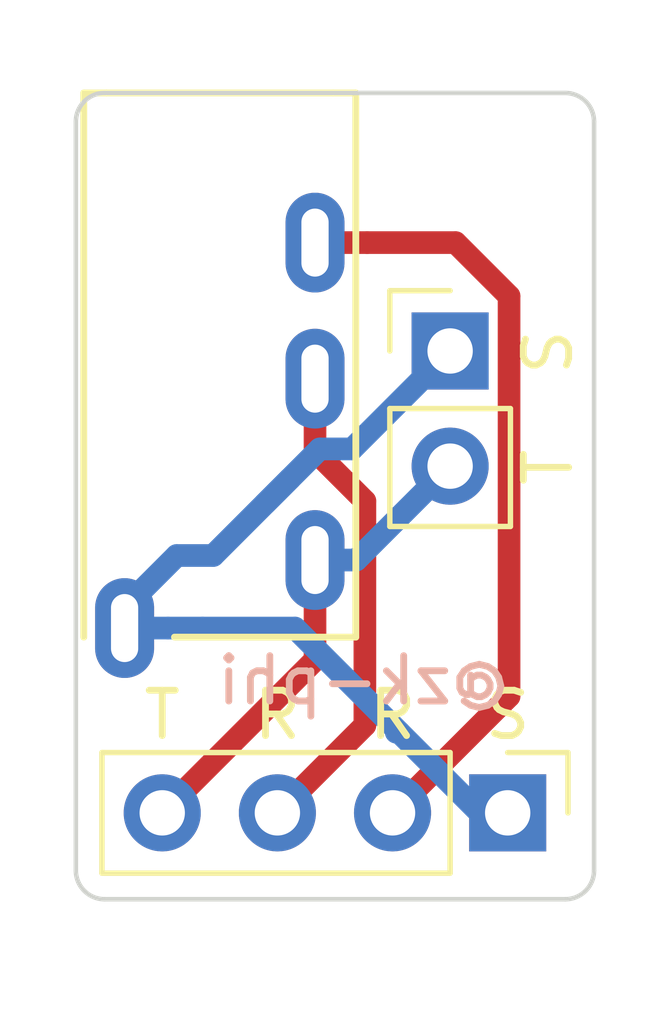
<source format=kicad_pcb>
(kicad_pcb (version 20171130) (host pcbnew "(5.0.1-3-g963ef8bb5)")

  (general
    (thickness 1.6)
    (drawings 16)
    (tracks 30)
    (zones 0)
    (modules 3)
    (nets 5)
  )

  (page A4)
  (layers
    (0 F.Cu signal)
    (31 B.Cu signal)
    (32 B.Adhes user)
    (33 F.Adhes user)
    (34 B.Paste user)
    (35 F.Paste user)
    (36 B.SilkS user)
    (37 F.SilkS user)
    (38 B.Mask user)
    (39 F.Mask user)
    (40 Dwgs.User user)
    (41 Cmts.User user)
    (42 Eco1.User user)
    (43 Eco2.User user)
    (44 Edge.Cuts user)
    (45 Margin user)
    (46 B.CrtYd user)
    (47 F.CrtYd user)
    (48 B.Fab user)
    (49 F.Fab user)
  )

  (setup
    (last_trace_width 0.5)
    (user_trace_width 0.5)
    (trace_clearance 0.2)
    (zone_clearance 0.508)
    (zone_45_only no)
    (trace_min 0.2)
    (segment_width 0.12)
    (edge_width 0.1)
    (via_size 0.8)
    (via_drill 0.4)
    (via_min_size 0.4)
    (via_min_drill 0.3)
    (uvia_size 0.3)
    (uvia_drill 0.1)
    (uvias_allowed no)
    (uvia_min_size 0.2)
    (uvia_min_drill 0.1)
    (pcb_text_width 0.3)
    (pcb_text_size 1.5 1.5)
    (mod_edge_width 0.15)
    (mod_text_size 1 1)
    (mod_text_width 0.15)
    (pad_size 4 4)
    (pad_drill 4)
    (pad_to_mask_clearance 0)
    (solder_mask_min_width 0.25)
    (aux_axis_origin 0 0)
    (visible_elements FFFFFF7F)
    (pcbplotparams
      (layerselection 0x010f0_ffffffff)
      (usegerberextensions false)
      (usegerberattributes false)
      (usegerberadvancedattributes false)
      (creategerberjobfile false)
      (excludeedgelayer true)
      (linewidth 0.100000)
      (plotframeref false)
      (viasonmask false)
      (mode 1)
      (useauxorigin false)
      (hpglpennumber 1)
      (hpglpenspeed 20)
      (hpglpendiameter 15.000000)
      (psnegative false)
      (psa4output false)
      (plotreference true)
      (plotvalue true)
      (plotinvisibletext false)
      (padsonsilk false)
      (subtractmaskfromsilk false)
      (outputformat 1)
      (mirror false)
      (drillshape 0)
      (scaleselection 1)
      (outputdirectory ""))
  )

  (net 0 "")
  (net 1 "Net-(J1-PadD)")
  (net 2 "Net-(J1-PadC)")
  (net 3 "Net-(J1-PadB)")
  (net 4 "Net-(J1-PadA)")

  (net_class Default "これはデフォルトのネット クラスです。"
    (clearance 0.2)
    (trace_width 0.25)
    (via_dia 0.8)
    (via_drill 0.4)
    (uvia_dia 0.3)
    (uvia_drill 0.1)
    (add_net "Net-(J1-PadA)")
    (add_net "Net-(J1-PadB)")
    (add_net "Net-(J1-PadC)")
    (add_net "Net-(J1-PadD)")
  )

  (module phi-kbd-library:MJ-4PP-9-irreversible (layer F.Cu) (tedit 5C4D6DCC) (tstamp 5EE180A1)
    (at 40.64 35.56 270)
    (path /5ED62446)
    (fp_text reference J1 (at 2.5 -4 270) (layer F.Fab)
      (effects (font (size 1 1) (thickness 0.15)))
    )
    (fp_text value MJ-4PP-9 (at 6 4 270) (layer F.Fab)
      (effects (font (size 1 1) (thickness 0.15)))
    )
    (fp_line (start 0 -3) (end 0 -2.5) (layer F.SilkS) (width 0.15))
    (fp_line (start 0 3) (end 0 2.5) (layer F.SilkS) (width 0.15))
    (fp_line (start 0 3) (end 12 3) (layer F.SilkS) (width 0.15))
    (fp_line (start 0 -3) (end 12 -3) (layer F.SilkS) (width 0.15))
    (fp_line (start 12 -3) (end 12 1) (layer F.SilkS) (width 0.15))
    (fp_line (start 0 -2.5) (end -2 -2.5) (layer Cmts.User) (width 0.1))
    (fp_line (start -2 -2.5) (end -2 2.5) (layer Cmts.User) (width 0.1))
    (fp_line (start -2 2.5) (end 0 2.5) (layer Cmts.User) (width 0.1))
    (fp_line (start 0 2.5) (end 0 -2.5) (layer F.SilkS) (width 0.15))
    (pad "" np_thru_hole circle (at 1.5 0 270) (size 1.2 1.2) (drill 1.2) (layers *.Cu *.Mask))
    (pad "" np_thru_hole circle (at 8.5 0 270) (size 1.2 1.2) (drill 1.2) (layers *.Cu *.Mask))
    (pad B thru_hole oval (at 3.3 -2.1 270) (size 2.2 1.3) (drill oval 1.5 0.6) (layers *.Cu *.Mask)
      (net 3 "Net-(J1-PadB)"))
    (pad C thru_hole oval (at 6.3 -2.1 270) (size 2.2 1.3) (drill oval 1.5 0.6) (layers *.Cu *.Mask)
      (net 2 "Net-(J1-PadC)"))
    (pad D thru_hole oval (at 10.3 -2.1 270) (size 2.2 1.3) (drill oval 1.5 0.6) (layers *.Cu *.Mask)
      (net 1 "Net-(J1-PadD)"))
    (pad A thru_hole oval (at 11.8 2.1 270) (size 2.2 1.3) (drill oval 1.5 0.6) (layers *.Cu *.Mask)
      (net 4 "Net-(J1-PadA)"))
    (model ${KISYS3DMOD}/phi-kbd.3dshapes/MJ-4PP-9.step
      (at (xyz 0 0 0))
      (scale (xyz 1 1 1))
      (rotate (xyz 0 0 0))
    )
  )

  (module Connector_PinHeader_2.54mm:PinHeader_1x02_P2.54mm_Vertical (layer F.Cu) (tedit 5ED4ED31) (tstamp 5EE180B7)
    (at 45.72 41.2496)
    (descr "Through hole straight pin header, 1x02, 2.54mm pitch, single row")
    (tags "Through hole pin header THT 1x02 2.54mm single row")
    (path /5ED62796)
    (fp_text reference J2 (at 0 -2.33) (layer F.SilkS) hide
      (effects (font (size 1 1) (thickness 0.15)))
    )
    (fp_text value Conn_01x02 (at 0 4.87) (layer F.Fab)
      (effects (font (size 1 1) (thickness 0.15)))
    )
    (fp_line (start -0.635 -1.27) (end 1.27 -1.27) (layer F.Fab) (width 0.1))
    (fp_line (start 1.27 -1.27) (end 1.27 3.81) (layer F.Fab) (width 0.1))
    (fp_line (start 1.27 3.81) (end -1.27 3.81) (layer F.Fab) (width 0.1))
    (fp_line (start -1.27 3.81) (end -1.27 -0.635) (layer F.Fab) (width 0.1))
    (fp_line (start -1.27 -0.635) (end -0.635 -1.27) (layer F.Fab) (width 0.1))
    (fp_line (start -1.33 3.87) (end 1.33 3.87) (layer F.SilkS) (width 0.12))
    (fp_line (start -1.33 1.27) (end -1.33 3.87) (layer F.SilkS) (width 0.12))
    (fp_line (start 1.33 1.27) (end 1.33 3.87) (layer F.SilkS) (width 0.12))
    (fp_line (start -1.33 1.27) (end 1.33 1.27) (layer F.SilkS) (width 0.12))
    (fp_line (start -1.33 0) (end -1.33 -1.33) (layer F.SilkS) (width 0.12))
    (fp_line (start -1.33 -1.33) (end 0 -1.33) (layer F.SilkS) (width 0.12))
    (fp_line (start -1.8 -1.8) (end -1.8 4.35) (layer F.CrtYd) (width 0.05))
    (fp_line (start -1.8 4.35) (end 1.8 4.35) (layer F.CrtYd) (width 0.05))
    (fp_line (start 1.8 4.35) (end 1.8 -1.8) (layer F.CrtYd) (width 0.05))
    (fp_line (start 1.8 -1.8) (end -1.8 -1.8) (layer F.CrtYd) (width 0.05))
    (fp_text user %R (at 0 1.27 90) (layer F.Fab)
      (effects (font (size 1 1) (thickness 0.15)))
    )
    (pad 1 thru_hole rect (at 0 0) (size 1.7 1.7) (drill 1) (layers *.Cu *.Mask)
      (net 4 "Net-(J1-PadA)"))
    (pad 2 thru_hole oval (at 0 2.54) (size 1.7 1.7) (drill 1) (layers *.Cu *.Mask)
      (net 1 "Net-(J1-PadD)"))
    (model ${KISYS3DMOD}/Connector_PinHeader_2.54mm.3dshapes/PinHeader_1x02_P2.54mm_Vertical.wrl
      (at (xyz 0 0 0))
      (scale (xyz 1 1 1))
      (rotate (xyz 0 0 0))
    )
  )

  (module Connector_PinHeader_2.54mm:PinHeader_1x04_P2.54mm_Vertical (layer F.Cu) (tedit 5ED4ED36) (tstamp 5EE180CF)
    (at 46.99 51.435 270)
    (descr "Through hole straight pin header, 1x04, 2.54mm pitch, single row")
    (tags "Through hole pin header THT 1x04 2.54mm single row")
    (path /5ED62B52)
    (fp_text reference J3 (at 0 -2.33 270) (layer F.SilkS) hide
      (effects (font (size 1 1) (thickness 0.15)))
    )
    (fp_text value Conn_01x04 (at 0 9.95 270) (layer F.Fab)
      (effects (font (size 1 1) (thickness 0.15)))
    )
    (fp_line (start -0.635 -1.27) (end 1.27 -1.27) (layer F.Fab) (width 0.1))
    (fp_line (start 1.27 -1.27) (end 1.27 8.89) (layer F.Fab) (width 0.1))
    (fp_line (start 1.27 8.89) (end -1.27 8.89) (layer F.Fab) (width 0.1))
    (fp_line (start -1.27 8.89) (end -1.27 -0.635) (layer F.Fab) (width 0.1))
    (fp_line (start -1.27 -0.635) (end -0.635 -1.27) (layer F.Fab) (width 0.1))
    (fp_line (start -1.33 8.95) (end 1.33 8.95) (layer F.SilkS) (width 0.12))
    (fp_line (start -1.33 1.27) (end -1.33 8.95) (layer F.SilkS) (width 0.12))
    (fp_line (start 1.33 1.27) (end 1.33 8.95) (layer F.SilkS) (width 0.12))
    (fp_line (start -1.33 1.27) (end 1.33 1.27) (layer F.SilkS) (width 0.12))
    (fp_line (start -1.33 0) (end -1.33 -1.33) (layer F.SilkS) (width 0.12))
    (fp_line (start -1.33 -1.33) (end 0 -1.33) (layer F.SilkS) (width 0.12))
    (fp_line (start -1.8 -1.8) (end -1.8 9.4) (layer F.CrtYd) (width 0.05))
    (fp_line (start -1.8 9.4) (end 1.8 9.4) (layer F.CrtYd) (width 0.05))
    (fp_line (start 1.8 9.4) (end 1.8 -1.8) (layer F.CrtYd) (width 0.05))
    (fp_line (start 1.8 -1.8) (end -1.8 -1.8) (layer F.CrtYd) (width 0.05))
    (fp_text user %R (at 0 3.81) (layer F.Fab)
      (effects (font (size 1 1) (thickness 0.15)))
    )
    (pad 1 thru_hole rect (at 0 0 270) (size 1.7 1.7) (drill 1) (layers *.Cu *.Mask)
      (net 4 "Net-(J1-PadA)"))
    (pad 2 thru_hole oval (at 0 2.54 270) (size 1.7 1.7) (drill 1) (layers *.Cu *.Mask)
      (net 3 "Net-(J1-PadB)"))
    (pad 3 thru_hole oval (at 0 5.08 270) (size 1.7 1.7) (drill 1) (layers *.Cu *.Mask)
      (net 2 "Net-(J1-PadC)"))
    (pad 4 thru_hole oval (at 0 7.62 270) (size 1.7 1.7) (drill 1) (layers *.Cu *.Mask)
      (net 1 "Net-(J1-PadD)"))
    (model ${KISYS3DMOD}/Connector_PinHeader_2.54mm.3dshapes/PinHeader_1x04_P2.54mm_Vertical.wrl
      (at (xyz 0 0 0))
      (scale (xyz 1 1 1))
      (rotate (xyz 0 0 0))
    )
  )

  (gr_text @zk-phi (at 43.815 48.514) (layer B.SilkS)
    (effects (font (size 1 1) (thickness 0.15)) (justify mirror))
  )
  (gr_line (start 48.895 39.37) (end 37.465 39.37) (layer Cmts.User) (width 0.12))
  (gr_text T (at 47.879 43.815 90) (layer F.SilkS)
    (effects (font (size 1 1) (thickness 0.15)))
  )
  (gr_text S (at 47.879 41.275 90) (layer F.SilkS) (tstamp 5EE24723)
    (effects (font (size 1 1) (thickness 0.15)))
  )
  (gr_text R (at 44.45 49.276) (layer F.SilkS)
    (effects (font (size 1 1) (thickness 0.15)))
  )
  (gr_text R (at 41.91 49.276) (layer F.SilkS)
    (effects (font (size 1 1) (thickness 0.15)))
  )
  (gr_text T (at 39.37 49.276) (layer F.SilkS) (tstamp 5EE247CE)
    (effects (font (size 1 1) (thickness 0.15)))
  )
  (gr_text S (at 46.99 49.276) (layer F.SilkS)
    (effects (font (size 1 1) (thickness 0.15)))
  )
  (gr_arc (start 48.26 36.195) (end 48.895 36.195) (angle -90) (layer Edge.Cuts) (width 0.1))
  (gr_arc (start 48.26 52.705) (end 48.26 53.34) (angle -90) (layer Edge.Cuts) (width 0.1))
  (gr_arc (start 38.1 52.705) (end 37.465 52.705) (angle -90) (layer Edge.Cuts) (width 0.1))
  (gr_arc (start 38.1 36.195) (end 38.1 35.56) (angle -90) (layer Edge.Cuts) (width 0.1))
  (gr_line (start 37.465 36.195) (end 37.465 52.705) (layer Edge.Cuts) (width 0.1))
  (gr_line (start 48.26 35.56) (end 38.1 35.56) (layer Edge.Cuts) (width 0.1))
  (gr_line (start 48.895 52.705) (end 48.895 36.195) (layer Edge.Cuts) (width 0.1))
  (gr_line (start 38.1 53.34) (end 48.26 53.34) (layer Edge.Cuts) (width 0.1))

  (segment (start 43.6496 45.86) (end 45.72 43.7896) (width 0.5) (layer B.Cu) (net 1))
  (segment (start 42.74 45.86) (end 43.6496 45.86) (width 0.5) (layer B.Cu) (net 1))
  (segment (start 42.74 48.065) (end 42.74 45.86) (width 0.5) (layer F.Cu) (net 1))
  (segment (start 39.37 51.435) (end 42.74 48.065) (width 0.5) (layer F.Cu) (net 1))
  (segment (start 42.74 43.46) (end 42.74 41.86) (width 0.5) (layer F.Cu) (net 2))
  (segment (start 43.84001 49.50499) (end 43.84001 44.56001) (width 0.5) (layer F.Cu) (net 2))
  (segment (start 43.84001 44.56001) (end 42.74 43.46) (width 0.5) (layer F.Cu) (net 2))
  (segment (start 41.91 51.435) (end 43.84001 49.50499) (width 0.5) (layer F.Cu) (net 2))
  (segment (start 43.89 38.86) (end 42.74 38.86) (width 0.5) (layer F.Cu) (net 3))
  (segment (start 45.840402 38.86) (end 43.89 38.86) (width 0.5) (layer F.Cu) (net 3))
  (segment (start 47.020001 48.864999) (end 47.020001 40.039599) (width 0.5) (layer F.Cu) (net 3))
  (segment (start 47.020001 40.039599) (end 45.840402 38.86) (width 0.5) (layer F.Cu) (net 3))
  (segment (start 44.45 51.435) (end 47.020001 48.864999) (width 0.5) (layer F.Cu) (net 3))
  (segment (start 46.374002 51.435) (end 46.99 51.435) (width 0.5) (layer B.Cu) (net 4))
  (segment (start 43.55959 43.41001) (end 42.843992 43.41001) (width 0.5) (layer B.Cu) (net 4))
  (segment (start 45.72 41.2496) (end 43.55959 43.41001) (width 0.5) (layer B.Cu) (net 4))
  (segment (start 44.596002 49.657) (end 44.531351 49.657) (width 0.5) (layer B.Cu) (net 4))
  (segment (start 42.299002 47.36) (end 44.596002 49.657) (width 0.5) (layer B.Cu) (net 4))
  (segment (start 42.843992 43.41001) (end 42.693002 43.561) (width 0.5) (layer B.Cu) (net 4))
  (segment (start 44.596002 49.657) (end 46.374002 51.435) (width 0.5) (layer B.Cu) (net 4))
  (segment (start 42.299002 47.36) (end 40.259 47.36) (width 0.5) (layer B.Cu) (net 4))
  (segment (start 39.497 47.36) (end 40.259 47.36) (width 0.5) (layer B.Cu) (net 4))
  (segment (start 38.54 47.36) (end 39.497 47.36) (width 0.5) (layer B.Cu) (net 4))
  (segment (start 41.63999 44.614012) (end 41.91 44.344002) (width 0.5) (layer B.Cu) (net 4))
  (segment (start 40.494002 45.76) (end 42.185002 44.069) (width 0.5) (layer B.Cu) (net 4))
  (segment (start 39.69 45.76) (end 40.494002 45.76) (width 0.5) (layer B.Cu) (net 4))
  (segment (start 38.54 46.91) (end 39.69 45.76) (width 0.5) (layer B.Cu) (net 4))
  (segment (start 38.54 47.36) (end 38.54 46.91) (width 0.5) (layer B.Cu) (net 4))
  (segment (start 42.185002 44.069) (end 42.693002 43.561) (width 0.5) (layer B.Cu) (net 4))
  (segment (start 41.91 44.344002) (end 42.185002 44.069) (width 0.5) (layer B.Cu) (net 4))

)

</source>
